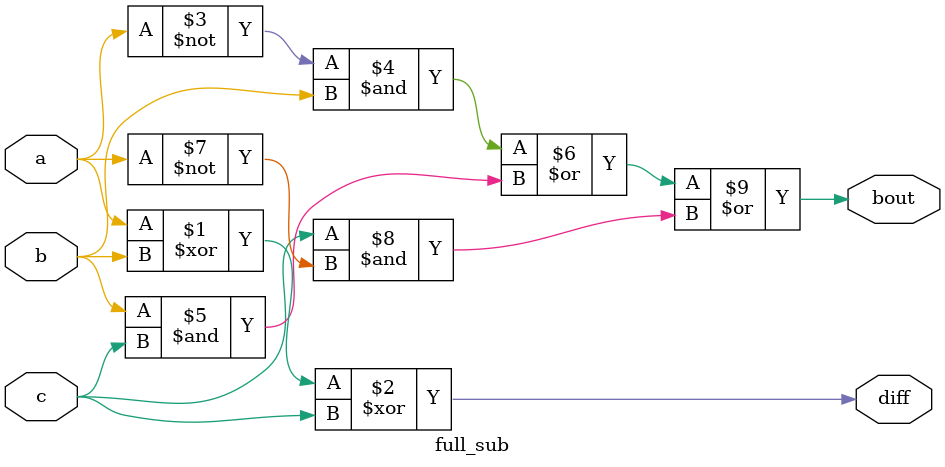
<source format=v>
module full_sub (a,b,c,diff,bout);
  input  a,b,c;
  output diff,bout;
  assign diff = a^b^c;
  assign bout = (~a&b) | (b&c) | (c&~a);
endmodule

</source>
